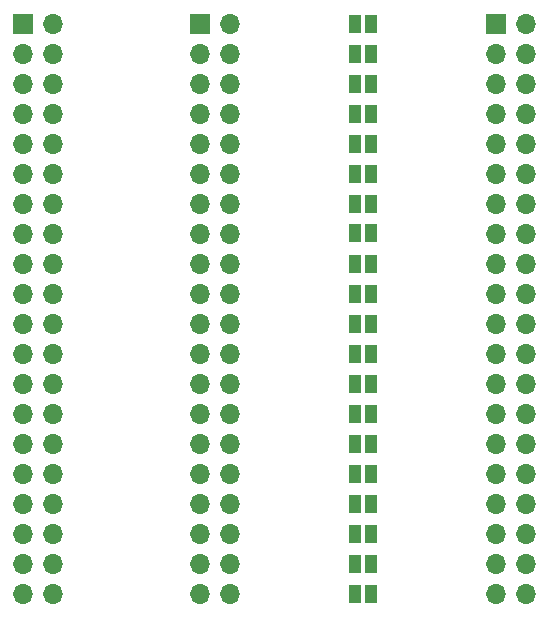
<source format=gbr>
%TF.GenerationSoftware,KiCad,Pcbnew,(5.1.9-16-g1737927814)-1*%
%TF.CreationDate,2021-05-16T11:48:57-05:00*%
%TF.ProjectId,40_pin_breakout,34305f70-696e-45f6-9272-65616b6f7574,rev?*%
%TF.SameCoordinates,Original*%
%TF.FileFunction,Soldermask,Bot*%
%TF.FilePolarity,Negative*%
%FSLAX46Y46*%
G04 Gerber Fmt 4.6, Leading zero omitted, Abs format (unit mm)*
G04 Created by KiCad (PCBNEW (5.1.9-16-g1737927814)-1) date 2021-05-16 11:48:57*
%MOMM*%
%LPD*%
G01*
G04 APERTURE LIST*
%ADD10R,1.000000X1.500000*%
%ADD11O,1.700000X1.700000*%
%ADD12R,1.700000X1.700000*%
G04 APERTURE END LIST*
D10*
%TO.C,JP40*%
X89420000Y-45000000D03*
X88120000Y-45000000D03*
%TD*%
%TO.C,JP38*%
X89420000Y-47540000D03*
X88120000Y-47540000D03*
%TD*%
%TO.C,JP36*%
X89420000Y-50080000D03*
X88120000Y-50080000D03*
%TD*%
%TO.C,JP34*%
X89420000Y-52620000D03*
X88120000Y-52620000D03*
%TD*%
%TO.C,JP32*%
X89420000Y-55160000D03*
X88120000Y-55160000D03*
%TD*%
%TO.C,JP30*%
X89420000Y-57700000D03*
X88120000Y-57700000D03*
%TD*%
%TO.C,JP28*%
X89420000Y-60240000D03*
X88120000Y-60240000D03*
%TD*%
%TO.C,JP26*%
X89420000Y-62680000D03*
X88120000Y-62680000D03*
%TD*%
%TO.C,JP24*%
X89420000Y-65336000D03*
X88120000Y-65336000D03*
%TD*%
%TO.C,JP22*%
X89420000Y-67876000D03*
X88120000Y-67876000D03*
%TD*%
%TO.C,JP20*%
X89420000Y-70416000D03*
X88120000Y-70416000D03*
%TD*%
%TO.C,JP18*%
X89420000Y-72956000D03*
X88120000Y-72956000D03*
%TD*%
%TO.C,JP16*%
X89420000Y-75496000D03*
X88120000Y-75496000D03*
%TD*%
%TO.C,JP14*%
X89420000Y-78036000D03*
X88120000Y-78036000D03*
%TD*%
%TO.C,JP12*%
X89420000Y-80576000D03*
X88120000Y-80576000D03*
%TD*%
%TO.C,JP10*%
X89420000Y-83116000D03*
X88120000Y-83116000D03*
%TD*%
%TO.C,JP8*%
X89420000Y-85656000D03*
X88120000Y-85656000D03*
%TD*%
%TO.C,JP6*%
X89420000Y-88196000D03*
X88120000Y-88196000D03*
%TD*%
%TO.C,JP4*%
X89420000Y-90736000D03*
X88120000Y-90736000D03*
%TD*%
%TO.C,JP2*%
X89420000Y-93276000D03*
X88120000Y-93276000D03*
%TD*%
D11*
%TO.C,J3*%
X102540000Y-93260000D03*
X100000000Y-93260000D03*
X102540000Y-90720000D03*
X100000000Y-90720000D03*
X102540000Y-88180000D03*
X100000000Y-88180000D03*
X102540000Y-85640000D03*
X100000000Y-85640000D03*
X102540000Y-83100000D03*
X100000000Y-83100000D03*
X102540000Y-80560000D03*
X100000000Y-80560000D03*
X102540000Y-78020000D03*
X100000000Y-78020000D03*
X102540000Y-75480000D03*
X100000000Y-75480000D03*
X102540000Y-72940000D03*
X100000000Y-72940000D03*
X102540000Y-70400000D03*
X100000000Y-70400000D03*
X102540000Y-67860000D03*
X100000000Y-67860000D03*
X102540000Y-65320000D03*
X100000000Y-65320000D03*
X102540000Y-62780000D03*
X100000000Y-62780000D03*
X102540000Y-60240000D03*
X100000000Y-60240000D03*
X102540000Y-57700000D03*
X100000000Y-57700000D03*
X102540000Y-55160000D03*
X100000000Y-55160000D03*
X102540000Y-52620000D03*
X100000000Y-52620000D03*
X102540000Y-50080000D03*
X100000000Y-50080000D03*
X102540000Y-47540000D03*
X100000000Y-47540000D03*
X102540000Y-45000000D03*
D12*
X100000000Y-45000000D03*
%TD*%
D11*
%TO.C,J2*%
X77540000Y-93260000D03*
X75000000Y-93260000D03*
X77540000Y-90720000D03*
X75000000Y-90720000D03*
X77540000Y-88180000D03*
X75000000Y-88180000D03*
X77540000Y-85640000D03*
X75000000Y-85640000D03*
X77540000Y-83100000D03*
X75000000Y-83100000D03*
X77540000Y-80560000D03*
X75000000Y-80560000D03*
X77540000Y-78020000D03*
X75000000Y-78020000D03*
X77540000Y-75480000D03*
X75000000Y-75480000D03*
X77540000Y-72940000D03*
X75000000Y-72940000D03*
X77540000Y-70400000D03*
X75000000Y-70400000D03*
X77540000Y-67860000D03*
X75000000Y-67860000D03*
X77540000Y-65320000D03*
X75000000Y-65320000D03*
X77540000Y-62780000D03*
X75000000Y-62780000D03*
X77540000Y-60240000D03*
X75000000Y-60240000D03*
X77540000Y-57700000D03*
X75000000Y-57700000D03*
X77540000Y-55160000D03*
X75000000Y-55160000D03*
X77540000Y-52620000D03*
X75000000Y-52620000D03*
X77540000Y-50080000D03*
X75000000Y-50080000D03*
X77540000Y-47540000D03*
X75000000Y-47540000D03*
X77540000Y-45000000D03*
D12*
X75000000Y-45000000D03*
%TD*%
D11*
%TO.C,J1*%
X62540000Y-93260000D03*
X60000000Y-93260000D03*
X62540000Y-90720000D03*
X60000000Y-90720000D03*
X62540000Y-88180000D03*
X60000000Y-88180000D03*
X62540000Y-85640000D03*
X60000000Y-85640000D03*
X62540000Y-83100000D03*
X60000000Y-83100000D03*
X62540000Y-80560000D03*
X60000000Y-80560000D03*
X62540000Y-78020000D03*
X60000000Y-78020000D03*
X62540000Y-75480000D03*
X60000000Y-75480000D03*
X62540000Y-72940000D03*
X60000000Y-72940000D03*
X62540000Y-70400000D03*
X60000000Y-70400000D03*
X62540000Y-67860000D03*
X60000000Y-67860000D03*
X62540000Y-65320000D03*
X60000000Y-65320000D03*
X62540000Y-62780000D03*
X60000000Y-62780000D03*
X62540000Y-60240000D03*
X60000000Y-60240000D03*
X62540000Y-57700000D03*
X60000000Y-57700000D03*
X62540000Y-55160000D03*
X60000000Y-55160000D03*
X62540000Y-52620000D03*
X60000000Y-52620000D03*
X62540000Y-50080000D03*
X60000000Y-50080000D03*
X62540000Y-47540000D03*
X60000000Y-47540000D03*
X62540000Y-45000000D03*
D12*
X60000000Y-45000000D03*
%TD*%
M02*

</source>
